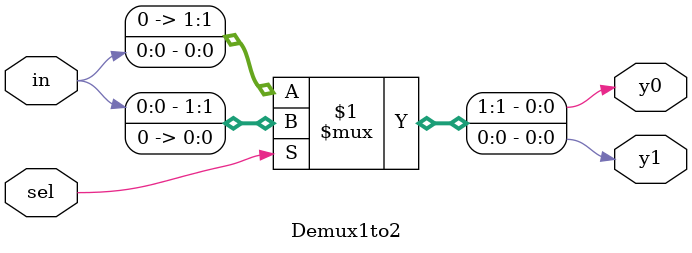
<source format=v>
module Demux1to2 (input in, sel, output reg y0,y1);
assign {y0,y1} = (sel) ? {in, 1'b0} : {1'b0, in};
endmodule
</source>
